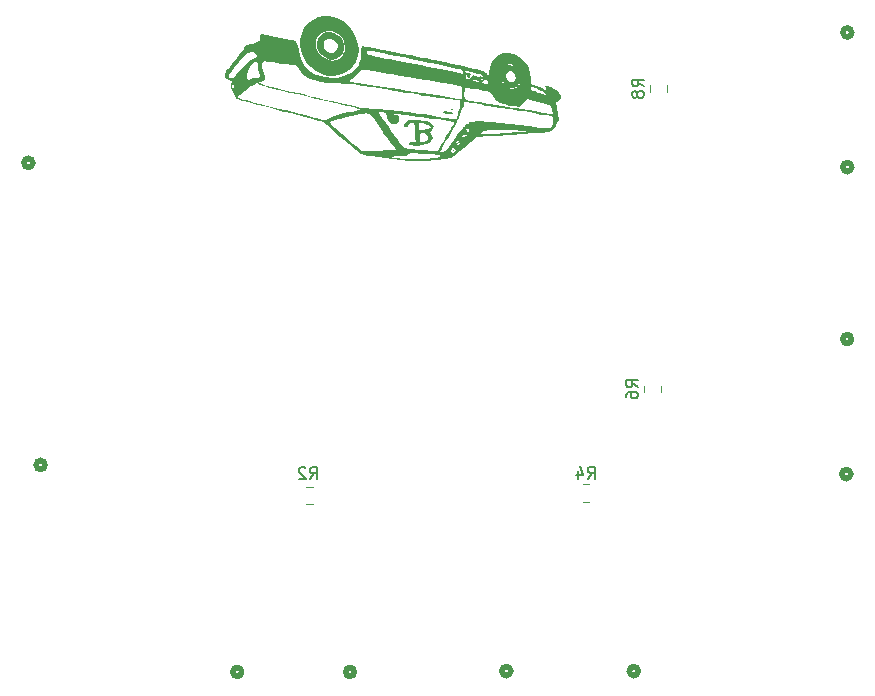
<source format=gbr>
%TF.GenerationSoftware,KiCad,Pcbnew,9.0.5*%
%TF.CreationDate,2025-11-19T12:00:21-07:00*%
%TF.ProjectId,UniversalSolenoidRelay,556e6976-6572-4736-916c-536f6c656e6f,rev?*%
%TF.SameCoordinates,Original*%
%TF.FileFunction,Legend,Bot*%
%TF.FilePolarity,Positive*%
%FSLAX46Y46*%
G04 Gerber Fmt 4.6, Leading zero omitted, Abs format (unit mm)*
G04 Created by KiCad (PCBNEW 9.0.5) date 2025-11-19 12:00:21*
%MOMM*%
%LPD*%
G01*
G04 APERTURE LIST*
%ADD10C,0.150000*%
%ADD11C,0.508000*%
%ADD12C,0.120000*%
%ADD13C,0.000000*%
G04 APERTURE END LIST*
D10*
X144174819Y-122133333D02*
X143698628Y-121800000D01*
X144174819Y-121561905D02*
X143174819Y-121561905D01*
X143174819Y-121561905D02*
X143174819Y-121942857D01*
X143174819Y-121942857D02*
X143222438Y-122038095D01*
X143222438Y-122038095D02*
X143270057Y-122085714D01*
X143270057Y-122085714D02*
X143365295Y-122133333D01*
X143365295Y-122133333D02*
X143508152Y-122133333D01*
X143508152Y-122133333D02*
X143603390Y-122085714D01*
X143603390Y-122085714D02*
X143651009Y-122038095D01*
X143651009Y-122038095D02*
X143698628Y-121942857D01*
X143698628Y-121942857D02*
X143698628Y-121561905D01*
X143174819Y-122990476D02*
X143174819Y-122800000D01*
X143174819Y-122800000D02*
X143222438Y-122704762D01*
X143222438Y-122704762D02*
X143270057Y-122657143D01*
X143270057Y-122657143D02*
X143412914Y-122561905D01*
X143412914Y-122561905D02*
X143603390Y-122514286D01*
X143603390Y-122514286D02*
X143984342Y-122514286D01*
X143984342Y-122514286D02*
X144079580Y-122561905D01*
X144079580Y-122561905D02*
X144127200Y-122609524D01*
X144127200Y-122609524D02*
X144174819Y-122704762D01*
X144174819Y-122704762D02*
X144174819Y-122895238D01*
X144174819Y-122895238D02*
X144127200Y-122990476D01*
X144127200Y-122990476D02*
X144079580Y-123038095D01*
X144079580Y-123038095D02*
X143984342Y-123085714D01*
X143984342Y-123085714D02*
X143746247Y-123085714D01*
X143746247Y-123085714D02*
X143651009Y-123038095D01*
X143651009Y-123038095D02*
X143603390Y-122990476D01*
X143603390Y-122990476D02*
X143555771Y-122895238D01*
X143555771Y-122895238D02*
X143555771Y-122704762D01*
X143555771Y-122704762D02*
X143603390Y-122609524D01*
X143603390Y-122609524D02*
X143651009Y-122561905D01*
X143651009Y-122561905D02*
X143746247Y-122514286D01*
X116389166Y-129904819D02*
X116722499Y-129428628D01*
X116960594Y-129904819D02*
X116960594Y-128904819D01*
X116960594Y-128904819D02*
X116579642Y-128904819D01*
X116579642Y-128904819D02*
X116484404Y-128952438D01*
X116484404Y-128952438D02*
X116436785Y-129000057D01*
X116436785Y-129000057D02*
X116389166Y-129095295D01*
X116389166Y-129095295D02*
X116389166Y-129238152D01*
X116389166Y-129238152D02*
X116436785Y-129333390D01*
X116436785Y-129333390D02*
X116484404Y-129381009D01*
X116484404Y-129381009D02*
X116579642Y-129428628D01*
X116579642Y-129428628D02*
X116960594Y-129428628D01*
X116008213Y-129000057D02*
X115960594Y-128952438D01*
X115960594Y-128952438D02*
X115865356Y-128904819D01*
X115865356Y-128904819D02*
X115627261Y-128904819D01*
X115627261Y-128904819D02*
X115532023Y-128952438D01*
X115532023Y-128952438D02*
X115484404Y-129000057D01*
X115484404Y-129000057D02*
X115436785Y-129095295D01*
X115436785Y-129095295D02*
X115436785Y-129190533D01*
X115436785Y-129190533D02*
X115484404Y-129333390D01*
X115484404Y-129333390D02*
X116055832Y-129904819D01*
X116055832Y-129904819D02*
X115436785Y-129904819D01*
X139929166Y-129874819D02*
X140262499Y-129398628D01*
X140500594Y-129874819D02*
X140500594Y-128874819D01*
X140500594Y-128874819D02*
X140119642Y-128874819D01*
X140119642Y-128874819D02*
X140024404Y-128922438D01*
X140024404Y-128922438D02*
X139976785Y-128970057D01*
X139976785Y-128970057D02*
X139929166Y-129065295D01*
X139929166Y-129065295D02*
X139929166Y-129208152D01*
X139929166Y-129208152D02*
X139976785Y-129303390D01*
X139976785Y-129303390D02*
X140024404Y-129351009D01*
X140024404Y-129351009D02*
X140119642Y-129398628D01*
X140119642Y-129398628D02*
X140500594Y-129398628D01*
X139072023Y-129208152D02*
X139072023Y-129874819D01*
X139310118Y-128827200D02*
X139548213Y-129541485D01*
X139548213Y-129541485D02*
X138929166Y-129541485D01*
X144674819Y-96670833D02*
X144198628Y-96337500D01*
X144674819Y-96099405D02*
X143674819Y-96099405D01*
X143674819Y-96099405D02*
X143674819Y-96480357D01*
X143674819Y-96480357D02*
X143722438Y-96575595D01*
X143722438Y-96575595D02*
X143770057Y-96623214D01*
X143770057Y-96623214D02*
X143865295Y-96670833D01*
X143865295Y-96670833D02*
X144008152Y-96670833D01*
X144008152Y-96670833D02*
X144103390Y-96623214D01*
X144103390Y-96623214D02*
X144151009Y-96575595D01*
X144151009Y-96575595D02*
X144198628Y-96480357D01*
X144198628Y-96480357D02*
X144198628Y-96099405D01*
X144103390Y-97242262D02*
X144055771Y-97147024D01*
X144055771Y-97147024D02*
X144008152Y-97099405D01*
X144008152Y-97099405D02*
X143912914Y-97051786D01*
X143912914Y-97051786D02*
X143865295Y-97051786D01*
X143865295Y-97051786D02*
X143770057Y-97099405D01*
X143770057Y-97099405D02*
X143722438Y-97147024D01*
X143722438Y-97147024D02*
X143674819Y-97242262D01*
X143674819Y-97242262D02*
X143674819Y-97432738D01*
X143674819Y-97432738D02*
X143722438Y-97527976D01*
X143722438Y-97527976D02*
X143770057Y-97575595D01*
X143770057Y-97575595D02*
X143865295Y-97623214D01*
X143865295Y-97623214D02*
X143912914Y-97623214D01*
X143912914Y-97623214D02*
X144008152Y-97575595D01*
X144008152Y-97575595D02*
X144055771Y-97527976D01*
X144055771Y-97527976D02*
X144103390Y-97432738D01*
X144103390Y-97432738D02*
X144103390Y-97242262D01*
X144103390Y-97242262D02*
X144151009Y-97147024D01*
X144151009Y-97147024D02*
X144198628Y-97099405D01*
X144198628Y-97099405D02*
X144293866Y-97051786D01*
X144293866Y-97051786D02*
X144484342Y-97051786D01*
X144484342Y-97051786D02*
X144579580Y-97099405D01*
X144579580Y-97099405D02*
X144627200Y-97147024D01*
X144627200Y-97147024D02*
X144674819Y-97242262D01*
X144674819Y-97242262D02*
X144674819Y-97432738D01*
X144674819Y-97432738D02*
X144627200Y-97527976D01*
X144627200Y-97527976D02*
X144579580Y-97575595D01*
X144579580Y-97575595D02*
X144484342Y-97623214D01*
X144484342Y-97623214D02*
X144293866Y-97623214D01*
X144293866Y-97623214D02*
X144198628Y-97575595D01*
X144198628Y-97575595D02*
X144151009Y-97527976D01*
X144151009Y-97527976D02*
X144103390Y-97432738D01*
D11*
%TO.C,J7*%
X162268601Y-118060400D02*
G75*
G02*
X161506601Y-118060400I-381000J0D01*
G01*
X161506601Y-118060400D02*
G75*
G02*
X162268601Y-118060400I381000J0D01*
G01*
%TO.C,J9*%
X162281000Y-92102600D02*
G75*
G02*
X161519000Y-92102600I-381000J0D01*
G01*
X161519000Y-92102600D02*
G75*
G02*
X162281000Y-92102600I381000J0D01*
G01*
%TO.C,J1*%
X92945300Y-103136999D02*
G75*
G02*
X92183300Y-103136999I-381000J0D01*
G01*
X92183300Y-103136999D02*
G75*
G02*
X92945300Y-103136999I381000J0D01*
G01*
%TO.C,J4*%
X110622400Y-146237500D02*
G75*
G02*
X109860400Y-146237500I-381000J0D01*
G01*
X109860400Y-146237500D02*
G75*
G02*
X110622400Y-146237500I381000J0D01*
G01*
%TO.C,J2*%
X93980999Y-128715500D02*
G75*
G02*
X93218999Y-128715500I-381000J0D01*
G01*
X93218999Y-128715500D02*
G75*
G02*
X93980999Y-128715500I381000J0D01*
G01*
%TO.C,J5*%
X144208392Y-146170229D02*
G75*
G02*
X143446392Y-146170229I-381000J0D01*
G01*
X143446392Y-146170229D02*
G75*
G02*
X144208392Y-146170229I381000J0D01*
G01*
%TO.C,J10*%
X162281000Y-103502600D02*
G75*
G02*
X161519000Y-103502600I-381000J0D01*
G01*
X161519000Y-103502600D02*
G75*
G02*
X162281000Y-103502600I381000J0D01*
G01*
%TO.C,J6*%
X133408392Y-146170229D02*
G75*
G02*
X132646392Y-146170229I-381000J0D01*
G01*
X132646392Y-146170229D02*
G75*
G02*
X133408392Y-146170229I381000J0D01*
G01*
%TO.C,J8*%
X162196700Y-129488000D02*
G75*
G02*
X161434700Y-129488000I-381000J0D01*
G01*
X161434700Y-129488000D02*
G75*
G02*
X162196700Y-129488000I381000J0D01*
G01*
%TO.C,J3*%
X120178400Y-146237500D02*
G75*
G02*
X119416400Y-146237500I-381000J0D01*
G01*
X119416400Y-146237500D02*
G75*
G02*
X120178400Y-146237500I381000J0D01*
G01*
D12*
%TO.C,R6*%
X144665000Y-122038748D02*
X144665000Y-122561252D01*
X146135000Y-122038748D02*
X146135000Y-122561252D01*
%TO.C,R2*%
X116623752Y-130565000D02*
X116101248Y-130565000D01*
X116623752Y-132035000D02*
X116101248Y-132035000D01*
%TO.C,R4*%
X140023752Y-130365000D02*
X139501248Y-130365000D01*
X140023752Y-131835000D02*
X139501248Y-131835000D01*
D13*
%TO.C,G\u002A\u002A\u002A*%
G36*
X128489597Y-98597280D02*
G01*
X128495966Y-98680719D01*
X128481594Y-98697440D01*
X128398155Y-98703808D01*
X128381433Y-98689437D01*
X128375065Y-98605998D01*
X128389437Y-98589276D01*
X128472876Y-98582908D01*
X128489597Y-98597280D01*
G37*
G36*
X128640651Y-102000535D02*
G01*
X128570751Y-102091109D01*
X128503853Y-102144692D01*
X128467425Y-102138821D01*
X128476272Y-102103935D01*
X128542944Y-102007688D01*
X128585096Y-101973265D01*
X128646270Y-101959976D01*
X128640651Y-102000535D01*
G37*
G36*
X127953125Y-98762995D02*
G01*
X128159691Y-98802475D01*
X128375891Y-98867432D01*
X128486261Y-98937408D01*
X128479948Y-99007367D01*
X128425674Y-99033525D01*
X128276384Y-99040758D01*
X128087564Y-99013288D01*
X127900982Y-98961057D01*
X127758403Y-98894007D01*
X127701596Y-98822082D01*
X127714304Y-98771980D01*
X127787580Y-98746315D01*
X127953125Y-98762995D01*
G37*
G36*
X129975967Y-95535988D02*
G01*
X130024056Y-95580042D01*
X130022692Y-95591611D01*
X129981303Y-95756184D01*
X129915572Y-95876921D01*
X129847364Y-95912662D01*
X129795310Y-95874445D01*
X129714513Y-95762096D01*
X129689710Y-95707680D01*
X129743807Y-95707680D01*
X129775716Y-95739589D01*
X129807626Y-95707680D01*
X129775716Y-95675770D01*
X129743807Y-95707680D01*
X129689710Y-95707680D01*
X129655893Y-95633489D01*
X129649874Y-95545226D01*
X129651790Y-95542465D01*
X129731710Y-95511791D01*
X129859143Y-95511435D01*
X129975967Y-95535988D01*
G37*
G36*
X118421684Y-92115002D02*
G01*
X118734064Y-92280503D01*
X119003926Y-92523722D01*
X119206441Y-92834727D01*
X119218534Y-92860928D01*
X119323380Y-93191966D01*
X119316547Y-93501444D01*
X119197701Y-93827449D01*
X119115787Y-93958174D01*
X118881653Y-94185633D01*
X118591052Y-94341535D01*
X118286200Y-94399388D01*
X118187354Y-94389738D01*
X117932130Y-94311244D01*
X117659932Y-94174949D01*
X117417393Y-94006447D01*
X117251150Y-93831332D01*
X117204364Y-93756786D01*
X117044836Y-93388455D01*
X117016776Y-93167321D01*
X117561739Y-93167321D01*
X117619303Y-93380518D01*
X117745188Y-93571518D01*
X117920993Y-93720059D01*
X118128319Y-93805879D01*
X118348763Y-93808716D01*
X118563927Y-93708308D01*
X118670166Y-93581162D01*
X118747593Y-93328595D01*
X118756586Y-93252337D01*
X118752715Y-93106057D01*
X118693551Y-92985945D01*
X118558101Y-92837603D01*
X118408910Y-92714159D01*
X118164384Y-92612394D01*
X117926703Y-92630300D01*
X117711006Y-92769101D01*
X117590897Y-92952189D01*
X117561739Y-93167321D01*
X117016776Y-93167321D01*
X116999025Y-93027424D01*
X117064220Y-92690756D01*
X117237711Y-92395514D01*
X117516789Y-92158760D01*
X117768682Y-92056891D01*
X118091614Y-92037154D01*
X118421684Y-92115002D01*
G37*
G36*
X117965212Y-90719517D02*
G01*
X118435459Y-90800750D01*
X118869441Y-90956388D01*
X119346891Y-91244813D01*
X119757796Y-91617273D01*
X120087469Y-92052846D01*
X120329229Y-92534410D01*
X120476389Y-93044844D01*
X120522266Y-93567029D01*
X120460176Y-94083842D01*
X120283435Y-94578164D01*
X120081936Y-94904077D01*
X119738423Y-95263091D01*
X119323493Y-95536387D01*
X118857813Y-95714046D01*
X118362053Y-95786148D01*
X117856881Y-95742773D01*
X117412611Y-95611024D01*
X116904484Y-95351711D01*
X116460549Y-95001346D01*
X116093301Y-94575011D01*
X115815239Y-94087787D01*
X115638860Y-93554755D01*
X115595700Y-93163582D01*
X116928265Y-93163582D01*
X116957013Y-93387804D01*
X117087830Y-93751889D01*
X117324689Y-94050875D01*
X117674386Y-94295069D01*
X117870494Y-94386147D01*
X118248876Y-94476916D01*
X118602347Y-94449166D01*
X118919286Y-94304809D01*
X119188074Y-94045760D01*
X119245025Y-93962063D01*
X119369154Y-93645551D01*
X119393860Y-93296724D01*
X119326506Y-92941929D01*
X119174455Y-92607510D01*
X118945069Y-92319812D01*
X118645713Y-92105181D01*
X118295854Y-91975231D01*
X117922854Y-91943457D01*
X117577637Y-92026051D01*
X117277431Y-92221546D01*
X117164766Y-92334602D01*
X117006634Y-92564467D01*
X116932944Y-92826916D01*
X116928265Y-93163582D01*
X115595700Y-93163582D01*
X115576658Y-92990997D01*
X115591522Y-92700973D01*
X115703779Y-92178036D01*
X115919085Y-91713715D01*
X116229044Y-91320125D01*
X116625261Y-91009382D01*
X117099340Y-90793603D01*
X117502441Y-90716710D01*
X117965212Y-90719517D01*
G37*
G36*
X125300238Y-99530485D02*
G01*
X125607482Y-99537675D01*
X125660259Y-99539436D01*
X125975871Y-99553267D01*
X126198489Y-99573119D01*
X126358537Y-99604686D01*
X126486443Y-99653660D01*
X126612632Y-99725733D01*
X126780499Y-99863294D01*
X126876354Y-100041633D01*
X126850652Y-100219475D01*
X126701677Y-100384133D01*
X126531407Y-100508166D01*
X126669768Y-100732039D01*
X126734387Y-100842924D01*
X126795098Y-101007124D01*
X126771252Y-101144725D01*
X126662240Y-101301698D01*
X126511177Y-101444332D01*
X126254961Y-101576196D01*
X125915990Y-101650781D01*
X125476088Y-101673788D01*
X125302096Y-101671656D01*
X125025326Y-101654064D01*
X124855894Y-101615305D01*
X124780670Y-101551267D01*
X124786524Y-101457839D01*
X124793079Y-101443760D01*
X124890704Y-101376769D01*
X125092817Y-101355670D01*
X125359904Y-101355670D01*
X125723204Y-101355670D01*
X125962525Y-101353640D01*
X125993132Y-101352996D01*
X126235977Y-101305818D01*
X126378604Y-101182094D01*
X126425214Y-100978418D01*
X126416058Y-100866507D01*
X126354551Y-100763665D01*
X126203897Y-100682313D01*
X126084930Y-100634796D01*
X125895329Y-100583214D01*
X125785772Y-100613929D01*
X125735363Y-100739567D01*
X125723204Y-100972755D01*
X125723204Y-101355670D01*
X125359904Y-101355670D01*
X125339315Y-100972755D01*
X125318067Y-100577578D01*
X125303470Y-100347720D01*
X125302198Y-100334564D01*
X125659385Y-100334564D01*
X125952679Y-100334564D01*
X126023377Y-100331167D01*
X126224129Y-100294802D01*
X126416068Y-100230651D01*
X126559985Y-100153788D01*
X126616671Y-100079288D01*
X126615890Y-100075499D01*
X126556171Y-100016828D01*
X126430476Y-99933000D01*
X126384014Y-99908613D01*
X126178116Y-99832964D01*
X125951833Y-99782928D01*
X125659385Y-99742843D01*
X125659385Y-100038704D01*
X125659385Y-100334564D01*
X125302198Y-100334564D01*
X125273850Y-100041339D01*
X125273395Y-100038704D01*
X125238959Y-99839069D01*
X125200473Y-99752666D01*
X125081210Y-99736614D01*
X124923021Y-99789196D01*
X124783189Y-99887207D01*
X124713614Y-100003867D01*
X124670841Y-100102741D01*
X124541878Y-100143107D01*
X124439040Y-100128529D01*
X124348978Y-100075866D01*
X124343765Y-100018026D01*
X124397461Y-99887108D01*
X124499375Y-99738006D01*
X124620942Y-99610265D01*
X124733596Y-99543427D01*
X124829851Y-99534234D01*
X125030694Y-99529406D01*
X125300238Y-99530485D01*
G37*
G36*
X112412681Y-92256544D02*
G01*
X112565456Y-92275415D01*
X112783855Y-92312465D01*
X113082649Y-92369958D01*
X113476604Y-92450158D01*
X113980490Y-92555329D01*
X113993402Y-92558040D01*
X114364102Y-92635461D01*
X114690341Y-92702817D01*
X114952017Y-92756019D01*
X115129027Y-92790978D01*
X115201265Y-92803606D01*
X115259449Y-92863057D01*
X115325388Y-93029367D01*
X115392219Y-93282307D01*
X115453546Y-93601650D01*
X115540123Y-94017094D01*
X115699998Y-94472597D01*
X115926977Y-94860728D01*
X116235734Y-95211692D01*
X116338038Y-95306922D01*
X116534307Y-95462556D01*
X116745256Y-95584253D01*
X116998911Y-95684176D01*
X117323300Y-95774489D01*
X117746448Y-95867356D01*
X117815506Y-95881069D01*
X118272507Y-95946495D01*
X118670695Y-95946513D01*
X119056826Y-95877579D01*
X119477656Y-95736151D01*
X119498505Y-95727885D01*
X119860998Y-95560321D01*
X120130579Y-95373612D01*
X120339920Y-95139377D01*
X120521691Y-94829237D01*
X120586074Y-94697970D01*
X120672065Y-94496375D01*
X120720014Y-94315112D01*
X120740803Y-94104896D01*
X120745314Y-93816442D01*
X120745762Y-93759463D01*
X121221965Y-93759463D01*
X121240534Y-93858426D01*
X121288460Y-93970614D01*
X121410133Y-94016474D01*
X121449691Y-94019100D01*
X121614456Y-94043454D01*
X121850463Y-94087875D01*
X122120658Y-94145626D01*
X122174871Y-94157807D01*
X122516505Y-94231973D01*
X122871255Y-94305513D01*
X123170440Y-94364129D01*
X123283261Y-94385433D01*
X123558597Y-94438398D01*
X123915836Y-94507950D01*
X124340181Y-94591141D01*
X124816837Y-94685025D01*
X125331009Y-94786657D01*
X125867902Y-94893090D01*
X126412719Y-95001377D01*
X126950667Y-95108574D01*
X127466948Y-95211734D01*
X127946769Y-95307910D01*
X128375333Y-95394156D01*
X128737846Y-95467527D01*
X129019511Y-95525076D01*
X129205534Y-95563857D01*
X129281118Y-95580924D01*
X129335097Y-95565042D01*
X129360892Y-95448398D01*
X129341770Y-95339336D01*
X129311818Y-95302639D01*
X129539324Y-95302639D01*
X129582880Y-95593092D01*
X129595858Y-95674897D01*
X129629578Y-95855077D01*
X129657440Y-95964340D01*
X129659324Y-95967809D01*
X129738526Y-96015170D01*
X129903289Y-96078325D01*
X130119295Y-96147552D01*
X130352229Y-96213127D01*
X130567773Y-96265329D01*
X130731611Y-96294434D01*
X130809426Y-96290721D01*
X130810663Y-96289156D01*
X130770070Y-96256985D01*
X130645479Y-96220035D01*
X130610780Y-96211731D01*
X130497453Y-96157071D01*
X130487388Y-96070369D01*
X130501262Y-96004975D01*
X130461158Y-96047370D01*
X130360132Y-96101069D01*
X130167951Y-96088132D01*
X130128756Y-96080388D01*
X129990952Y-96045267D01*
X129935264Y-96017089D01*
X129942742Y-95992320D01*
X129961177Y-95962956D01*
X130190540Y-95962956D01*
X130222450Y-95994866D01*
X130254360Y-95962956D01*
X130222450Y-95931047D01*
X130190540Y-95962956D01*
X129961177Y-95962956D01*
X130006130Y-95891353D01*
X130104966Y-95765216D01*
X130203595Y-95657539D01*
X130266361Y-95611951D01*
X130290107Y-95622663D01*
X130318179Y-95707680D01*
X130325379Y-95751718D01*
X130381998Y-95803408D01*
X130397252Y-95801554D01*
X130445817Y-95739589D01*
X130460511Y-95671621D01*
X130505228Y-95679973D01*
X130559553Y-95765449D01*
X130602377Y-95905658D01*
X130618841Y-95985536D01*
X130655951Y-96092869D01*
X130689960Y-96073280D01*
X130692418Y-96062451D01*
X130892551Y-96062451D01*
X130906138Y-96134873D01*
X130956370Y-96154413D01*
X130981294Y-96131664D01*
X131020189Y-96023009D01*
X131013610Y-95982465D01*
X130956370Y-95931047D01*
X130918588Y-95956719D01*
X130892551Y-96062451D01*
X130692418Y-96062451D01*
X130723118Y-95927171D01*
X130766817Y-95815625D01*
X130868154Y-95793839D01*
X131014408Y-95836472D01*
X131155443Y-95915970D01*
X131211646Y-96001307D01*
X131179182Y-96128699D01*
X131084969Y-96260193D01*
X130970079Y-96321512D01*
X130958207Y-96322788D01*
X130952704Y-96343486D01*
X131052098Y-96377780D01*
X131065714Y-96381220D01*
X131297526Y-96427196D01*
X131426803Y-96420535D01*
X131466922Y-96360685D01*
X131460613Y-96315870D01*
X131383032Y-96153748D01*
X131241027Y-95968423D01*
X131064985Y-95795870D01*
X130885293Y-95672068D01*
X130851004Y-95655682D01*
X130642571Y-95576357D01*
X130370055Y-95493112D01*
X130083214Y-95421494D01*
X129539324Y-95302639D01*
X129311818Y-95302639D01*
X129281118Y-95265026D01*
X129239572Y-95253835D01*
X129074793Y-95213881D01*
X128823988Y-95155701D01*
X128513142Y-95085096D01*
X128168236Y-95007865D01*
X127815254Y-94929807D01*
X127480178Y-94856721D01*
X127188991Y-94794407D01*
X126967676Y-94748664D01*
X126838144Y-94722196D01*
X126505175Y-94651168D01*
X126135199Y-94569278D01*
X125787023Y-94489438D01*
X125786780Y-94489381D01*
X125407940Y-94404354D01*
X124932330Y-94303565D01*
X124388971Y-94192755D01*
X123806886Y-94077660D01*
X123215096Y-93964020D01*
X122642623Y-93857573D01*
X122118489Y-93764057D01*
X121773992Y-93704286D01*
X121517682Y-93663144D01*
X121352301Y-93646158D01*
X121259872Y-93655261D01*
X121222419Y-93692386D01*
X121221965Y-93759463D01*
X120745762Y-93759463D01*
X120746476Y-93668650D01*
X120758027Y-93426826D01*
X120783571Y-93291699D01*
X120825088Y-93249171D01*
X120832098Y-93249561D01*
X120937369Y-93265294D01*
X121145391Y-93301395D01*
X121437384Y-93354298D01*
X121794567Y-93420440D01*
X122198158Y-93496255D01*
X122629376Y-93578180D01*
X123069441Y-93662651D01*
X123499572Y-93746102D01*
X123900988Y-93824970D01*
X124254908Y-93895690D01*
X124542551Y-93954698D01*
X124598095Y-93966291D01*
X124940978Y-94036801D01*
X125296357Y-94108465D01*
X125595566Y-94167412D01*
X125863509Y-94219792D01*
X126226601Y-94291979D01*
X126552852Y-94357981D01*
X126724547Y-94392763D01*
X127024801Y-94452799D01*
X127393673Y-94525993D01*
X127799882Y-94606139D01*
X128212149Y-94687036D01*
X128462260Y-94737321D01*
X128958376Y-94843042D01*
X129472166Y-94958903D01*
X129955862Y-95074005D01*
X130361697Y-95177449D01*
X130513027Y-95218109D01*
X130839336Y-95308165D01*
X131068750Y-95378059D01*
X131220750Y-95436067D01*
X131314817Y-95490463D01*
X131370429Y-95549522D01*
X131407067Y-95621520D01*
X131416643Y-95644338D01*
X131491032Y-95790296D01*
X131541788Y-95816235D01*
X131572262Y-95719858D01*
X131579534Y-95601155D01*
X132555832Y-95601155D01*
X132568963Y-95894127D01*
X132644878Y-96179950D01*
X132784616Y-96426272D01*
X132974062Y-96624214D01*
X133249690Y-96799254D01*
X133531625Y-96864785D01*
X133802390Y-96817639D01*
X133884841Y-96762134D01*
X135110122Y-96762134D01*
X135115346Y-96834512D01*
X135124422Y-96873579D01*
X135171151Y-96943858D01*
X135274069Y-97011894D01*
X135455274Y-97090401D01*
X135736865Y-97192092D01*
X135908611Y-97250096D01*
X136135631Y-97321366D01*
X136296509Y-97364948D01*
X136364272Y-97373060D01*
X136370546Y-97365865D01*
X136366307Y-97279543D01*
X136261787Y-97169198D01*
X136075650Y-97049966D01*
X135826564Y-96936985D01*
X135546859Y-96831048D01*
X135331495Y-96754648D01*
X135199429Y-96719499D01*
X135131894Y-96722895D01*
X135110122Y-96762134D01*
X133884841Y-96762134D01*
X134044508Y-96654649D01*
X134103857Y-96589097D01*
X134260674Y-96307642D01*
X134318498Y-95990063D01*
X134283087Y-95663629D01*
X134160196Y-95355611D01*
X133955580Y-95093280D01*
X133674995Y-94903906D01*
X133613150Y-94876480D01*
X133409204Y-94805084D01*
X133252322Y-94797884D01*
X133094309Y-94850445D01*
X133045140Y-94875484D01*
X133048246Y-94890849D01*
X133167472Y-94874251D01*
X133319689Y-94865432D01*
X133603126Y-94935850D01*
X133863846Y-95103041D01*
X134075809Y-95347675D01*
X134212980Y-95650421D01*
X134225324Y-95697744D01*
X134257854Y-96034702D01*
X134194769Y-96322325D01*
X134054635Y-96550099D01*
X133856021Y-96707511D01*
X133617492Y-96784047D01*
X133357615Y-96769195D01*
X133094958Y-96652441D01*
X132848087Y-96423271D01*
X132821990Y-96390221D01*
X132714541Y-96221700D01*
X132656216Y-96037508D01*
X132632175Y-95820686D01*
X133008182Y-95820686D01*
X133091949Y-96054120D01*
X133134193Y-96126364D01*
X133289852Y-96270236D01*
X133509795Y-96313961D01*
X133667390Y-96264623D01*
X133777382Y-96128494D01*
X133823936Y-95938077D01*
X133799360Y-95725985D01*
X133695959Y-95524829D01*
X133617931Y-95445916D01*
X133434690Y-95361125D01*
X133248845Y-95378107D01*
X133097928Y-95498513D01*
X133029728Y-95622562D01*
X133008182Y-95820686D01*
X132632175Y-95820686D01*
X132627873Y-95781891D01*
X132619160Y-95584598D01*
X132632252Y-95423073D01*
X132682611Y-95300369D01*
X132782350Y-95168375D01*
X132793645Y-95154918D01*
X132886633Y-95036844D01*
X132897196Y-94998046D01*
X132829634Y-95025532D01*
X132713763Y-95123171D01*
X132604446Y-95333386D01*
X132555832Y-95601155D01*
X131579534Y-95601155D01*
X131585801Y-95498866D01*
X131589516Y-95424337D01*
X131640144Y-95097072D01*
X131732295Y-94790665D01*
X131814404Y-94614931D01*
X132070065Y-94260306D01*
X132398383Y-94003049D01*
X132785547Y-93849614D01*
X133217743Y-93806455D01*
X133681160Y-93880026D01*
X133875383Y-93968093D01*
X134123816Y-94135464D01*
X134379913Y-94349742D01*
X134608942Y-94581682D01*
X134776172Y-94802042D01*
X134927675Y-95108149D01*
X135065225Y-95568921D01*
X135116528Y-96039367D01*
X135118908Y-96434873D01*
X135594512Y-96594780D01*
X135609446Y-96599859D01*
X135874620Y-96706610D01*
X136119067Y-96831714D01*
X136291594Y-96949149D01*
X136472541Y-97090829D01*
X136594528Y-97151410D01*
X136634851Y-97125950D01*
X136584188Y-97021338D01*
X136433219Y-96844463D01*
X136372812Y-96777867D01*
X136287496Y-96658441D01*
X136273274Y-96591865D01*
X136292842Y-96583916D01*
X136409378Y-96599752D01*
X136594130Y-96659207D01*
X136815522Y-96748842D01*
X137041977Y-96855220D01*
X137241916Y-96964902D01*
X137383765Y-97064450D01*
X137516156Y-97214893D01*
X137622532Y-97477064D01*
X137624828Y-97490912D01*
X137637265Y-97634303D01*
X137604369Y-97741791D01*
X137505460Y-97848348D01*
X137319860Y-97988947D01*
X137278165Y-98021395D01*
X137239543Y-98083016D01*
X137250223Y-98181237D01*
X137308990Y-98357118D01*
X137364206Y-98560691D01*
X137414050Y-98838137D01*
X137445415Y-99122001D01*
X137456715Y-99299671D01*
X137457297Y-99490203D01*
X137427314Y-99635656D01*
X137354290Y-99785218D01*
X137225749Y-99988073D01*
X137139829Y-100115137D01*
X136999684Y-100289279D01*
X136849590Y-100414518D01*
X136666010Y-100500446D01*
X136425407Y-100556652D01*
X136104243Y-100592724D01*
X135678983Y-100618253D01*
X135503346Y-100627328D01*
X135085134Y-100651808D01*
X134609233Y-100682528D01*
X134121723Y-100716457D01*
X133668681Y-100750561D01*
X133468889Y-100765886D01*
X132974204Y-100801012D01*
X132454408Y-100834727D01*
X131960258Y-100863820D01*
X131542511Y-100885079D01*
X130565084Y-100928939D01*
X129532209Y-101786309D01*
X129450926Y-101853623D01*
X129137135Y-102110556D01*
X128851832Y-102339740D01*
X128612312Y-102527567D01*
X128435866Y-102660428D01*
X128339787Y-102724715D01*
X128333502Y-102727590D01*
X128209702Y-102758982D01*
X127983504Y-102796720D01*
X127677363Y-102837764D01*
X127313731Y-102879073D01*
X126915061Y-102917608D01*
X126895122Y-102919369D01*
X126420906Y-102958921D01*
X126040139Y-102984210D01*
X125720693Y-102995790D01*
X125430444Y-102994210D01*
X125137265Y-102980023D01*
X124809031Y-102953782D01*
X124090621Y-102885528D01*
X123408359Y-102813686D01*
X122777754Y-102740246D01*
X122211419Y-102666938D01*
X122054377Y-102644014D01*
X123301219Y-102644014D01*
X123340893Y-102665311D01*
X123473690Y-102691040D01*
X123710924Y-102723760D01*
X124063907Y-102766031D01*
X124110713Y-102771399D01*
X124512724Y-102812601D01*
X124861984Y-102835939D01*
X125203397Y-102842375D01*
X125581867Y-102832871D01*
X126042299Y-102808386D01*
X126288753Y-102791572D01*
X126741161Y-102748839D01*
X127083424Y-102697963D01*
X127311186Y-102639910D01*
X127420093Y-102575644D01*
X127405788Y-102506132D01*
X127405211Y-102505643D01*
X127323507Y-102484963D01*
X127135838Y-102458537D01*
X126863020Y-102428651D01*
X126525867Y-102397592D01*
X126145194Y-102367647D01*
X124939797Y-102280400D01*
X124744730Y-102424316D01*
X124688579Y-102462801D01*
X124547391Y-102527856D01*
X124365328Y-102560020D01*
X124099373Y-102568935D01*
X123858725Y-102574502D01*
X123593293Y-102590958D01*
X123393807Y-102614382D01*
X123343357Y-102624587D01*
X123301219Y-102644014D01*
X122054377Y-102644014D01*
X121721968Y-102595491D01*
X121322012Y-102527635D01*
X121024166Y-102465100D01*
X120841043Y-102409616D01*
X120752488Y-102357926D01*
X120569777Y-102227621D01*
X120467916Y-102149303D01*
X127446319Y-102149303D01*
X127447763Y-102153438D01*
X127519190Y-102176083D01*
X127665067Y-102185318D01*
X127692814Y-102184989D01*
X127767481Y-102175994D01*
X127821907Y-102151993D01*
X128364848Y-102151993D01*
X128423420Y-102232484D01*
X128481878Y-102281025D01*
X128556165Y-102280238D01*
X128666235Y-102192165D01*
X128812812Y-102055608D01*
X128682076Y-101924872D01*
X128551341Y-101794136D01*
X128439261Y-101965191D01*
X128380278Y-102063857D01*
X128364848Y-102151993D01*
X127821907Y-102151993D01*
X127839359Y-102144297D01*
X127920967Y-102076153D01*
X128024823Y-101957818D01*
X128163445Y-101775546D01*
X128349352Y-101515592D01*
X128367964Y-101488976D01*
X128767267Y-101488976D01*
X128842073Y-101571556D01*
X128933834Y-101644704D01*
X129016212Y-101664669D01*
X129041797Y-101579037D01*
X129052916Y-101534393D01*
X129137525Y-101483308D01*
X129181563Y-101476108D01*
X129233254Y-101419489D01*
X129229130Y-101396065D01*
X129165804Y-101356836D01*
X129070497Y-101377930D01*
X129001056Y-101451398D01*
X128976735Y-101496250D01*
X128903712Y-101547127D01*
X128889653Y-101507103D01*
X128942449Y-101405289D01*
X129008566Y-101298230D01*
X129041797Y-101213831D01*
X129018495Y-101166688D01*
X128943296Y-101199711D01*
X128837048Y-101318285D01*
X128774662Y-101412349D01*
X128767267Y-101488976D01*
X128367964Y-101488976D01*
X128595063Y-101164212D01*
X128619522Y-101129176D01*
X128738796Y-100962150D01*
X129240791Y-100962150D01*
X129328983Y-100968696D01*
X129429743Y-100950074D01*
X129580502Y-100874997D01*
X129622769Y-100841920D01*
X129661943Y-100792744D01*
X129599628Y-100781298D01*
X129537046Y-100766234D01*
X129436714Y-100677374D01*
X129435345Y-100675669D01*
X130865111Y-100675669D01*
X130888309Y-100699395D01*
X130972510Y-100711475D01*
X131134329Y-100713177D01*
X131390385Y-100705770D01*
X131757292Y-100690522D01*
X131833917Y-100687059D01*
X132237105Y-100665923D01*
X132642942Y-100640499D01*
X133008026Y-100613682D01*
X133288950Y-100588366D01*
X133351264Y-100582038D01*
X133677591Y-100554534D01*
X134000757Y-100534941D01*
X134259008Y-100527155D01*
X134448238Y-100520142D01*
X134599774Y-100500286D01*
X134657877Y-100472274D01*
X134602912Y-100453960D01*
X134439580Y-100433064D01*
X134187775Y-100412093D01*
X133867536Y-100392701D01*
X133498903Y-100376545D01*
X133033199Y-100360792D01*
X132501718Y-100347543D01*
X132073563Y-100344869D01*
X131734887Y-100354095D01*
X131471846Y-100376542D01*
X131270594Y-100413534D01*
X131117287Y-100466395D01*
X130998079Y-100536448D01*
X130899125Y-100625015D01*
X130886299Y-100639030D01*
X130865111Y-100675669D01*
X129435345Y-100675669D01*
X129394377Y-100624629D01*
X129336773Y-100641054D01*
X129326087Y-100669879D01*
X129363670Y-100751105D01*
X129387369Y-100795227D01*
X129316847Y-100881124D01*
X129262211Y-100923909D01*
X129240791Y-100962150D01*
X128738796Y-100962150D01*
X128842355Y-100817131D01*
X129044373Y-100546399D01*
X129212901Y-100333083D01*
X129329023Y-100200416D01*
X129590637Y-100200416D01*
X129622820Y-100288799D01*
X129724083Y-100405061D01*
X129820895Y-100488629D01*
X129863544Y-100504166D01*
X129848216Y-100437018D01*
X129837974Y-100352771D01*
X129905973Y-100204032D01*
X129959111Y-100124244D01*
X129942623Y-100051927D01*
X129882101Y-100059609D01*
X129803968Y-100149941D01*
X129803850Y-100150162D01*
X129735763Y-100238094D01*
X129681105Y-100208734D01*
X129652266Y-100176248D01*
X129594203Y-100190836D01*
X129590637Y-100200416D01*
X129329023Y-100200416D01*
X129335265Y-100193285D01*
X129398789Y-100143107D01*
X129479929Y-100101440D01*
X129563962Y-99983559D01*
X129633615Y-99876047D01*
X129715313Y-99824011D01*
X129756063Y-99812995D01*
X129830705Y-99728283D01*
X129862112Y-99700354D01*
X130006098Y-99662192D01*
X130246590Y-99638441D01*
X130564208Y-99629439D01*
X130939572Y-99635521D01*
X131353302Y-99657026D01*
X131786018Y-99694289D01*
X131985973Y-99714242D01*
X132328147Y-99746614D01*
X132735292Y-99783765D01*
X133172500Y-99822521D01*
X133604862Y-99859708D01*
X133945962Y-99891175D01*
X134378950Y-99937795D01*
X134786367Y-99988413D01*
X135134294Y-100038754D01*
X135388809Y-100084543D01*
X135463692Y-100099920D01*
X135785225Y-100154383D01*
X136100562Y-100192544D01*
X136350925Y-100206926D01*
X136473117Y-100203910D01*
X136737482Y-100158832D01*
X136905299Y-100046767D01*
X136993541Y-99851171D01*
X137019184Y-99555495D01*
X137017953Y-99451042D01*
X136996122Y-99271413D01*
X136926340Y-99172552D01*
X136782159Y-99130675D01*
X136537135Y-99122001D01*
X136452201Y-99118419D01*
X136240010Y-99095064D01*
X135986637Y-99055545D01*
X135725627Y-99006418D01*
X135490528Y-98954241D01*
X135314886Y-98905569D01*
X135232249Y-98866960D01*
X135230379Y-98865318D01*
X135147083Y-98843006D01*
X134964480Y-98813120D01*
X134707881Y-98779365D01*
X134402601Y-98745450D01*
X134098532Y-98711957D01*
X133734171Y-98666387D01*
X133405455Y-98619909D01*
X133158128Y-98578656D01*
X133057562Y-98560452D01*
X132751947Y-98511878D01*
X132400990Y-98462859D01*
X132062315Y-98421650D01*
X131910546Y-98402808D01*
X131582810Y-98350219D01*
X131282189Y-98287848D01*
X131058759Y-98225484D01*
X130909952Y-98179234D01*
X130662261Y-98122744D01*
X130463366Y-98100540D01*
X130460666Y-98100532D01*
X130225897Y-98083253D01*
X129999083Y-98042915D01*
X129855569Y-98006078D01*
X129637826Y-97953240D01*
X129509356Y-97934991D01*
X129446672Y-97954437D01*
X129426287Y-98014680D01*
X129424711Y-98118826D01*
X129424668Y-98127401D01*
X129407996Y-98289844D01*
X129370301Y-98391273D01*
X129346089Y-98432710D01*
X129291092Y-98576410D01*
X129234096Y-98770996D01*
X129210152Y-98855403D01*
X129112748Y-99126821D01*
X129001321Y-99369361D01*
X128950516Y-99466678D01*
X128878586Y-99620304D01*
X128850339Y-99705673D01*
X128846140Y-99718940D01*
X128793343Y-99823547D01*
X128687590Y-100014562D01*
X128538454Y-100275180D01*
X128355509Y-100588595D01*
X128148329Y-100938001D01*
X128070023Y-101069324D01*
X127870907Y-101405403D01*
X127699447Y-101697886D01*
X127565175Y-101930329D01*
X127477622Y-102086283D01*
X127446319Y-102149303D01*
X120467916Y-102149303D01*
X120320211Y-102035736D01*
X120019443Y-101795162D01*
X119683122Y-101518788D01*
X119326900Y-101219503D01*
X118966427Y-100910197D01*
X118617354Y-100603759D01*
X118295332Y-100313078D01*
X118077181Y-100118564D01*
X117841121Y-99920274D01*
X117641058Y-99764699D01*
X117538236Y-99696525D01*
X118064912Y-99696525D01*
X118080548Y-99720061D01*
X118174897Y-99819401D01*
X118341776Y-99981437D01*
X118566328Y-100192600D01*
X118833701Y-100439324D01*
X119129038Y-100708040D01*
X119437486Y-100985182D01*
X119744189Y-101257181D01*
X120034293Y-101510470D01*
X120292943Y-101731482D01*
X120777224Y-102139204D01*
X122203224Y-102103053D01*
X122405259Y-102097591D01*
X122800261Y-102084819D01*
X123142300Y-102070980D01*
X123412711Y-102056979D01*
X123592835Y-102043723D01*
X123664008Y-102032118D01*
X123665819Y-102009628D01*
X123615157Y-101905455D01*
X123506565Y-101744603D01*
X123358247Y-101552937D01*
X123188406Y-101356322D01*
X123176640Y-101343357D01*
X123081733Y-101227518D01*
X123042802Y-101158836D01*
X123040038Y-101148629D01*
X122984322Y-101062890D01*
X122879520Y-100934817D01*
X122868217Y-100921828D01*
X122731966Y-100746176D01*
X122625895Y-100580248D01*
X122565240Y-100475939D01*
X122431522Y-100268968D01*
X122261282Y-100021010D01*
X122072431Y-99756580D01*
X121882881Y-99500192D01*
X121710544Y-99276363D01*
X121573332Y-99109606D01*
X121489156Y-99024437D01*
X121375030Y-98968978D01*
X121193803Y-98937001D01*
X121151028Y-98940603D01*
X120962254Y-98969787D01*
X120678917Y-99023987D01*
X120322129Y-99098694D01*
X119913005Y-99189399D01*
X119472657Y-99291592D01*
X119022199Y-99400766D01*
X118824759Y-99449774D01*
X118516945Y-99527037D01*
X118305804Y-99582367D01*
X118173184Y-99621372D01*
X118100931Y-99649661D01*
X118070891Y-99672842D01*
X118064912Y-99696525D01*
X117538236Y-99696525D01*
X117505130Y-99674575D01*
X117501614Y-99672807D01*
X117388017Y-99632061D01*
X117164445Y-99564515D01*
X116843931Y-99473688D01*
X116439504Y-99363101D01*
X115964197Y-99236274D01*
X115431040Y-99096725D01*
X114853065Y-98947976D01*
X114243304Y-98793545D01*
X113951077Y-98720090D01*
X113186732Y-98527489D01*
X112534332Y-98362185D01*
X111984976Y-98221760D01*
X111529763Y-98103795D01*
X111159790Y-98005874D01*
X110866157Y-97925577D01*
X110639961Y-97860488D01*
X110472301Y-97808188D01*
X110354276Y-97766259D01*
X110276984Y-97732284D01*
X110231524Y-97703844D01*
X110172273Y-97634323D01*
X110116699Y-97552599D01*
X110289566Y-97552599D01*
X110292052Y-97581474D01*
X110312461Y-97610640D01*
X110359627Y-97642616D01*
X110442384Y-97679919D01*
X110569568Y-97725066D01*
X110750014Y-97780575D01*
X110992555Y-97848964D01*
X111306028Y-97932750D01*
X111699266Y-98034451D01*
X112181105Y-98156584D01*
X112760380Y-98301667D01*
X113445924Y-98472218D01*
X114246574Y-98670754D01*
X114357456Y-98698242D01*
X114966375Y-98849686D01*
X115539264Y-98992983D01*
X116063565Y-99124937D01*
X116526720Y-99242353D01*
X116916171Y-99342035D01*
X117219358Y-99420790D01*
X117423725Y-99475421D01*
X117516713Y-99502735D01*
X117572101Y-99520453D01*
X117717200Y-99520611D01*
X117893120Y-99439865D01*
X118011954Y-99377688D01*
X118240388Y-99276254D01*
X118484037Y-99183023D01*
X118499391Y-99177761D01*
X118709098Y-99113693D01*
X118991519Y-99036832D01*
X119318659Y-98953754D01*
X119662527Y-98871035D01*
X119823703Y-98834311D01*
X122213154Y-98834311D01*
X122216951Y-98844534D01*
X122271780Y-98935734D01*
X122378420Y-99097835D01*
X122519697Y-99306117D01*
X122678439Y-99535860D01*
X122837471Y-99762341D01*
X122979618Y-99960842D01*
X123087708Y-100106640D01*
X123144567Y-100175016D01*
X123218022Y-100260879D01*
X123307193Y-100404711D01*
X123376914Y-100529468D01*
X123542638Y-100789506D01*
X123739388Y-101066407D01*
X123947423Y-101335157D01*
X124146998Y-101570740D01*
X124318373Y-101748140D01*
X124441803Y-101842343D01*
X124575132Y-101881395D01*
X124811782Y-101925305D01*
X125124849Y-101970647D01*
X125488619Y-102014570D01*
X125877377Y-102054221D01*
X126265410Y-102086749D01*
X126627004Y-102109301D01*
X126936445Y-102119026D01*
X127224308Y-102121499D01*
X127542726Y-101595961D01*
X127733212Y-101278833D01*
X127957162Y-100899025D01*
X128161341Y-100545449D01*
X128336441Y-100234670D01*
X128473154Y-99983254D01*
X128562172Y-99807766D01*
X128594184Y-99724773D01*
X128592014Y-99715061D01*
X128554034Y-99684888D01*
X128460876Y-99652525D01*
X128302305Y-99616246D01*
X128068082Y-99574321D01*
X127747971Y-99525023D01*
X127331734Y-99466624D01*
X126809136Y-99397397D01*
X126169937Y-99315614D01*
X126004830Y-99294705D01*
X125525225Y-99233681D01*
X125051752Y-99173053D01*
X124614540Y-99116702D01*
X124243715Y-99068505D01*
X123969405Y-99032341D01*
X123727968Y-99002116D01*
X123461691Y-98975404D01*
X123291294Y-98966658D01*
X123223019Y-98974648D01*
X123263110Y-98998145D01*
X123417806Y-99035917D01*
X123693351Y-99086736D01*
X123800204Y-99112730D01*
X123940168Y-99206933D01*
X123975416Y-99364505D01*
X123910430Y-99595960D01*
X123883692Y-99657747D01*
X123813704Y-99769405D01*
X123712411Y-99815182D01*
X123531772Y-99824011D01*
X123319615Y-99805836D01*
X123114594Y-99715949D01*
X122989959Y-99537619D01*
X122930218Y-99256223D01*
X122912479Y-99126298D01*
X122872284Y-98968875D01*
X122826759Y-98898574D01*
X122732890Y-98879108D01*
X122574470Y-98856797D01*
X122404390Y-98838684D01*
X122268625Y-98829584D01*
X122213154Y-98834311D01*
X119823703Y-98834311D01*
X119995131Y-98795251D01*
X120288477Y-98732978D01*
X120514574Y-98690791D01*
X120645429Y-98675268D01*
X120715118Y-98672194D01*
X120753451Y-98649865D01*
X120671303Y-98605669D01*
X120467675Y-98539297D01*
X120141569Y-98450442D01*
X119691986Y-98338795D01*
X119117927Y-98204049D01*
X118915187Y-98157423D01*
X117862628Y-97915211D01*
X116926303Y-97699413D01*
X116099262Y-97508340D01*
X115374554Y-97340303D01*
X114745231Y-97193614D01*
X114204343Y-97066582D01*
X113744939Y-96957520D01*
X113360070Y-96864738D01*
X113042786Y-96786548D01*
X112786138Y-96721259D01*
X112583175Y-96667184D01*
X112426948Y-96622633D01*
X112310508Y-96585918D01*
X112226903Y-96555349D01*
X112169185Y-96529237D01*
X112130404Y-96505894D01*
X112115409Y-96495367D01*
X111978294Y-96411978D01*
X111887621Y-96377780D01*
X111887012Y-96377789D01*
X111800159Y-96415334D01*
X111637690Y-96514571D01*
X111422317Y-96658915D01*
X111176753Y-96831784D01*
X110923711Y-97016593D01*
X110685903Y-97196759D01*
X110486040Y-97355699D01*
X110346837Y-97476828D01*
X110291004Y-97543563D01*
X110289566Y-97552599D01*
X110116699Y-97552599D01*
X110067945Y-97480903D01*
X109949656Y-97285275D01*
X109949553Y-97285094D01*
X109819576Y-96997942D01*
X109751529Y-96715990D01*
X109749870Y-96487533D01*
X109840693Y-96487533D01*
X109847666Y-96684678D01*
X109864260Y-96813619D01*
X109906872Y-96995847D01*
X109957378Y-97099502D01*
X109971509Y-97111753D01*
X110006171Y-97110984D01*
X110012174Y-97021311D01*
X109991797Y-96824514D01*
X109980867Y-96747079D01*
X109939032Y-96542843D01*
X109895585Y-96425551D01*
X109859736Y-96404136D01*
X109840693Y-96487533D01*
X109749870Y-96487533D01*
X109749757Y-96471941D01*
X109806329Y-96329417D01*
X112034008Y-96329417D01*
X112321194Y-96453950D01*
X112475146Y-96508952D01*
X112749953Y-96590924D01*
X113128125Y-96694223D01*
X113598598Y-96816044D01*
X114150309Y-96953584D01*
X114772197Y-97104039D01*
X115453198Y-97264606D01*
X116182249Y-97432481D01*
X116269088Y-97452274D01*
X116671766Y-97544480D01*
X117152916Y-97655168D01*
X117676128Y-97775936D01*
X118204993Y-97898384D01*
X118703103Y-98014112D01*
X118940516Y-98069335D01*
X119381854Y-98171717D01*
X119794020Y-98266998D01*
X120153232Y-98349697D01*
X120435711Y-98414333D01*
X120617676Y-98455423D01*
X120652515Y-98462654D01*
X120893823Y-98499476D01*
X121217171Y-98534311D01*
X121584531Y-98563525D01*
X121957877Y-98583485D01*
X122011782Y-98585649D01*
X122400479Y-98604818D01*
X122788610Y-98629316D01*
X123133833Y-98656218D01*
X123393807Y-98682602D01*
X123399517Y-98683308D01*
X123730289Y-98722971D01*
X124106142Y-98766237D01*
X124446822Y-98803866D01*
X124487206Y-98808269D01*
X124826441Y-98849564D01*
X125228569Y-98904352D01*
X125666523Y-98968362D01*
X126113236Y-99037322D01*
X126541639Y-99106960D01*
X126924666Y-99173005D01*
X127235248Y-99231185D01*
X127446319Y-99277229D01*
X127451580Y-99278551D01*
X127698306Y-99328918D01*
X128005477Y-99376079D01*
X128307877Y-99409985D01*
X128818430Y-99453889D01*
X128898204Y-99193222D01*
X128912353Y-99144440D01*
X128959111Y-98937048D01*
X128977978Y-98772001D01*
X128993932Y-98666094D01*
X129041797Y-98611449D01*
X129070344Y-98571830D01*
X129095838Y-98434807D01*
X129105616Y-98232444D01*
X129105616Y-97853440D01*
X128802475Y-97815849D01*
X128725177Y-97805736D01*
X128446590Y-97764178D01*
X128180239Y-97718588D01*
X128017124Y-97691869D01*
X127728860Y-97654216D01*
X127446319Y-97626094D01*
X127411343Y-97623300D01*
X126854061Y-97570988D01*
X126376194Y-97511001D01*
X125993817Y-97445660D01*
X125723003Y-97377286D01*
X125606138Y-97346252D01*
X125357326Y-97298243D01*
X125051339Y-97252573D01*
X124729646Y-97215975D01*
X124494855Y-97191167D01*
X124209883Y-97153848D01*
X123982676Y-97115913D01*
X123847979Y-97082618D01*
X123668295Y-97036812D01*
X123457626Y-97015971D01*
X123260947Y-96997208D01*
X123062911Y-96947452D01*
X123057289Y-96945361D01*
X122899275Y-96902375D01*
X122665568Y-96855489D01*
X122404611Y-96814490D01*
X122132950Y-96777897D01*
X121811911Y-96734622D01*
X121543053Y-96698350D01*
X121429560Y-96682578D01*
X121149038Y-96641783D01*
X120819252Y-96592218D01*
X120490038Y-96541314D01*
X120475459Y-96539051D01*
X120141873Y-96497215D01*
X119733640Y-96460060D01*
X119301092Y-96431549D01*
X118894561Y-96415647D01*
X118627924Y-96407181D01*
X117910207Y-96355546D01*
X117272618Y-96265233D01*
X117159990Y-96239132D01*
X119720256Y-96239132D01*
X119897735Y-96276120D01*
X119910394Y-96278501D01*
X120031882Y-96298945D01*
X120263557Y-96336650D01*
X120593018Y-96389660D01*
X121007862Y-96456015D01*
X121495688Y-96533758D01*
X122044093Y-96620930D01*
X122640676Y-96715574D01*
X123273035Y-96815732D01*
X123928768Y-96919444D01*
X124595472Y-97024754D01*
X125260746Y-97129703D01*
X125912188Y-97232334D01*
X126537395Y-97330687D01*
X127123967Y-97422805D01*
X127659500Y-97506731D01*
X128131593Y-97580505D01*
X128527844Y-97642170D01*
X128835851Y-97689768D01*
X129043212Y-97721341D01*
X129137525Y-97734930D01*
X129174649Y-97736860D01*
X129224556Y-97715130D01*
X129254623Y-97639553D01*
X129271946Y-97485533D01*
X129281533Y-97274376D01*
X129488528Y-97274376D01*
X129488663Y-97511305D01*
X129504094Y-97667640D01*
X129556814Y-97764406D01*
X129668815Y-97822627D01*
X129862089Y-97863326D01*
X130158631Y-97907528D01*
X130198362Y-97913514D01*
X130451485Y-97953221D01*
X130783642Y-98007064D01*
X131156254Y-98068734D01*
X131530741Y-98131920D01*
X131740226Y-98167427D01*
X132180750Y-98241186D01*
X132674575Y-98322988D01*
X133175361Y-98405173D01*
X133636772Y-98480081D01*
X133869702Y-98517682D01*
X134377685Y-98599947D01*
X134912001Y-98686764D01*
X135421863Y-98769873D01*
X135856486Y-98841018D01*
X136106137Y-98880783D01*
X136425301Y-98927642D01*
X136683754Y-98960836D01*
X136859813Y-98977655D01*
X136931792Y-98975390D01*
X136948799Y-98926705D01*
X136941699Y-98783234D01*
X136903038Y-98598746D01*
X136843628Y-98420026D01*
X136774283Y-98293858D01*
X136737762Y-98260881D01*
X136617538Y-98198947D01*
X136416608Y-98132484D01*
X136119780Y-98056821D01*
X135711860Y-97967290D01*
X134755541Y-97767215D01*
X134480816Y-98070659D01*
X134206090Y-98374102D01*
X133691038Y-98331148D01*
X133653164Y-98327794D01*
X133375553Y-98292769D01*
X133125052Y-98245261D01*
X132951851Y-98194545D01*
X132921384Y-98182153D01*
X132752642Y-98124385D01*
X132635524Y-98100896D01*
X132617955Y-98099704D01*
X132467913Y-98035829D01*
X132280617Y-97891830D01*
X132083353Y-97691623D01*
X131903404Y-97459126D01*
X131800752Y-97321916D01*
X131665982Y-97179560D01*
X131562651Y-97112172D01*
X131542614Y-97107688D01*
X131403050Y-97079805D01*
X131172700Y-97036037D01*
X130878432Y-96981439D01*
X130547113Y-96921069D01*
X130438523Y-96901569D01*
X130122603Y-96846188D01*
X129856326Y-96801470D01*
X129664986Y-96771583D01*
X129573871Y-96760695D01*
X129550508Y-96767705D01*
X129513999Y-96837737D01*
X129494378Y-96997989D01*
X129488530Y-97266947D01*
X129488528Y-97274376D01*
X129281533Y-97274376D01*
X129283617Y-97228477D01*
X129286165Y-97151690D01*
X129288957Y-96917834D01*
X129276579Y-96777741D01*
X129244424Y-96704623D01*
X129187888Y-96671693D01*
X129161370Y-96664114D01*
X128991779Y-96624913D01*
X128707518Y-96567669D01*
X128306694Y-96492037D01*
X127787409Y-96397669D01*
X127147768Y-96284221D01*
X126385876Y-96151346D01*
X125499837Y-95998698D01*
X125325490Y-95968809D01*
X124686844Y-95859345D01*
X124155210Y-95768294D01*
X123715492Y-95693114D01*
X123352596Y-95631263D01*
X123051427Y-95580199D01*
X122796891Y-95537379D01*
X122573891Y-95500263D01*
X122367335Y-95466306D01*
X122162126Y-95432968D01*
X121943170Y-95397706D01*
X121695372Y-95357978D01*
X121662017Y-95352650D01*
X121353145Y-95304776D01*
X121088731Y-95266283D01*
X120895931Y-95240978D01*
X120801905Y-95232671D01*
X120734529Y-95269613D01*
X120612618Y-95385565D01*
X120472562Y-95552468D01*
X120361852Y-95686469D01*
X120161585Y-95894784D01*
X119975987Y-96053882D01*
X119720256Y-96239132D01*
X117159990Y-96239132D01*
X116726186Y-96138600D01*
X116281941Y-95978009D01*
X115950910Y-95785818D01*
X115814683Y-95665609D01*
X115614851Y-95451062D01*
X115440275Y-95225368D01*
X115198521Y-94870694D01*
X113999179Y-94727942D01*
X113620861Y-94682265D01*
X113263873Y-94637902D01*
X112963179Y-94599239D01*
X112742275Y-94569301D01*
X112624656Y-94551108D01*
X112564875Y-94541923D01*
X112455106Y-94565645D01*
X112385334Y-94685729D01*
X112371695Y-94722014D01*
X112337739Y-94830857D01*
X112328743Y-94934240D01*
X112348684Y-95063758D01*
X112401537Y-95251006D01*
X112491278Y-95527579D01*
X112505418Y-95570716D01*
X112587429Y-95851537D01*
X112611589Y-96040573D01*
X112571308Y-96160437D01*
X112459994Y-96233743D01*
X112271056Y-96283104D01*
X112034008Y-96329417D01*
X109806329Y-96329417D01*
X109818602Y-96298496D01*
X109821177Y-96295327D01*
X109837360Y-96236796D01*
X109766739Y-96184957D01*
X109589916Y-96125101D01*
X109375520Y-96051843D01*
X109255248Y-95966867D01*
X109221411Y-95862483D01*
X109519400Y-95862483D01*
X109580688Y-95917262D01*
X109747584Y-95959498D01*
X109768292Y-95963831D01*
X109896589Y-95974785D01*
X109897895Y-95973923D01*
X111113317Y-95973923D01*
X111120840Y-96127897D01*
X111135627Y-96186323D01*
X111144852Y-96184326D01*
X111235679Y-96141020D01*
X111378320Y-96058923D01*
X111580809Y-95973512D01*
X111890415Y-95931285D01*
X111986555Y-95929922D01*
X112126985Y-95909446D01*
X112184718Y-95844778D01*
X112171188Y-95711280D01*
X112097827Y-95484313D01*
X112077375Y-95419153D01*
X112023645Y-95159044D01*
X112002098Y-94901917D01*
X112001099Y-94836495D01*
X111977393Y-94652696D01*
X111922324Y-94591786D01*
X111752257Y-94638464D01*
X111539498Y-94785450D01*
X111328870Y-95014025D01*
X111232246Y-95151413D01*
X111163658Y-95298010D01*
X111129441Y-95475246D01*
X111115168Y-95731561D01*
X111114494Y-95756358D01*
X111113317Y-95973923D01*
X109897895Y-95973923D01*
X109977665Y-95921264D01*
X110057826Y-95775856D01*
X110113294Y-95687535D01*
X110258747Y-95510338D01*
X110458015Y-95300171D01*
X110684953Y-95085804D01*
X110859523Y-94929543D01*
X111045601Y-94761341D01*
X111178184Y-94639529D01*
X111236269Y-94583254D01*
X111287521Y-94542792D01*
X111421521Y-94452822D01*
X111603229Y-94338458D01*
X111759923Y-94233158D01*
X111904598Y-94093198D01*
X111927004Y-93983915D01*
X111826596Y-93906358D01*
X111766356Y-93877860D01*
X111630580Y-93780723D01*
X111564891Y-93735129D01*
X111388820Y-93718185D01*
X111176617Y-93803060D01*
X110947398Y-93984064D01*
X110927740Y-94003773D01*
X110789659Y-94153817D01*
X110606642Y-94365309D01*
X110397002Y-94615647D01*
X110179050Y-94882231D01*
X109971097Y-95142460D01*
X109791454Y-95373734D01*
X109658433Y-95553453D01*
X109590343Y-95659014D01*
X109544137Y-95757737D01*
X109519400Y-95862483D01*
X109221411Y-95862483D01*
X109214560Y-95841348D01*
X109229952Y-95643861D01*
X109265398Y-95427558D01*
X109307637Y-95263183D01*
X109356419Y-95190328D01*
X109419984Y-95189278D01*
X109432814Y-95192229D01*
X109528351Y-95146334D01*
X109638369Y-95009590D01*
X109651827Y-94988159D01*
X109799037Y-94774696D01*
X109997606Y-94509712D01*
X110217279Y-94231630D01*
X110427796Y-93978873D01*
X110598902Y-93789862D01*
X110640417Y-93744527D01*
X110747612Y-93592569D01*
X110791565Y-93470767D01*
X110804644Y-93368614D01*
X110888246Y-93234455D01*
X111063603Y-93146404D01*
X111347596Y-93092990D01*
X111528583Y-93064736D01*
X111772833Y-93006651D01*
X111952676Y-92940895D01*
X111957685Y-92938345D01*
X112091390Y-92854798D01*
X112142828Y-92755859D01*
X112141275Y-92586516D01*
X112148624Y-92390078D01*
X112205094Y-92283222D01*
X112244935Y-92264288D01*
X112310764Y-92253590D01*
X112412681Y-92256544D01*
G37*
D12*
%TO.C,R8*%
X145165000Y-96576248D02*
X145165000Y-97098752D01*
X146635000Y-96576248D02*
X146635000Y-97098752D01*
%TD*%
M02*

</source>
